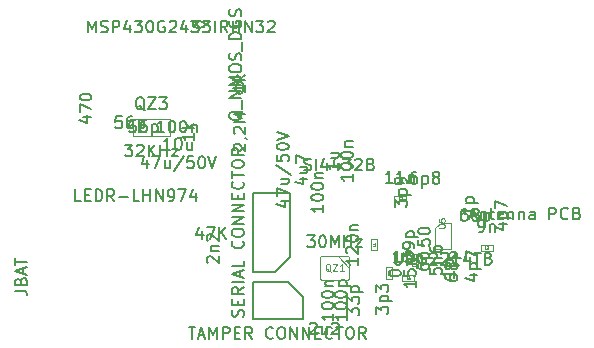
<source format=gbr>
G04 #@! TF.FileFunction,Other,Fab,Top*
%FSLAX46Y46*%
G04 Gerber Fmt 4.6, Leading zero omitted, Abs format (unit mm)*
G04 Created by KiCad (PCBNEW 4.0.2+dfsg1-stable) date ven 12 ott 2018 15:59:41 CEST*
%MOMM*%
G01*
G04 APERTURE LIST*
%ADD10C,0.100000*%
%ADD11C,0.200000*%
%ADD12C,0.150000*%
%ADD13C,0.030000*%
%ADD14C,0.090000*%
%ADD15C,0.075000*%
G04 APERTURE END LIST*
D10*
X150082440Y-93044620D02*
X150582440Y-93044620D01*
X150082440Y-94044620D02*
X150082440Y-93044620D01*
X150582440Y-94044620D02*
X150082440Y-94044620D01*
X150582440Y-93044620D02*
X150582440Y-94044620D01*
X153051980Y-89397840D02*
X153051980Y-89897840D01*
X152051980Y-89397840D02*
X153051980Y-89397840D01*
X152051980Y-89897840D02*
X152051980Y-89397840D01*
X153051980Y-89897840D02*
X152051980Y-89897840D01*
X160387500Y-93555820D02*
X160387500Y-94055820D01*
X159387500Y-93555820D02*
X160387500Y-93555820D01*
X159387500Y-94055820D02*
X159387500Y-93555820D01*
X160387500Y-94055820D02*
X159387500Y-94055820D01*
X153720840Y-96146620D02*
X153720840Y-96646620D01*
X152720840Y-96146620D02*
X153720840Y-96146620D01*
X152720840Y-96646620D02*
X152720840Y-96146620D01*
X153720840Y-96646620D02*
X152720840Y-96646620D01*
X151849900Y-96459320D02*
X151349900Y-96459320D01*
X151849900Y-95459320D02*
X151849900Y-96459320D01*
X151349900Y-95459320D02*
X151849900Y-95459320D01*
X151349900Y-96459320D02*
X151349900Y-95459320D01*
X154062240Y-95360340D02*
X153562240Y-95360340D01*
X154062240Y-94360340D02*
X154062240Y-95360340D01*
X153562240Y-94360340D02*
X154062240Y-94360340D01*
X153562240Y-95360340D02*
X153562240Y-94360340D01*
D11*
X143247760Y-94623200D02*
X141977760Y-95893200D01*
X141977760Y-95893200D02*
X140047760Y-95893200D01*
X140047760Y-95893200D02*
X140047760Y-89143200D01*
X140047760Y-89143200D02*
X143247760Y-89143200D01*
X143247760Y-89143200D02*
X143247760Y-94623200D01*
X143031340Y-96674100D02*
X144301340Y-97944100D01*
X144301340Y-97944100D02*
X144301340Y-99874100D01*
X144301340Y-99874100D02*
X140051340Y-99874100D01*
X140051340Y-99874100D02*
X140051340Y-96674100D01*
X140051340Y-96674100D02*
X143031340Y-96674100D01*
D10*
X148151260Y-96518820D02*
X145851260Y-96518820D01*
X145851260Y-96518820D02*
X145751260Y-96418820D01*
X145751260Y-96418820D02*
X145751260Y-94618820D01*
X145751260Y-94618820D02*
X145851260Y-94518820D01*
X145851260Y-94518820D02*
X148151260Y-94518820D01*
X148151260Y-94518820D02*
X148251260Y-94618820D01*
X148251260Y-94618820D02*
X148251260Y-96418820D01*
X148251260Y-96418820D02*
X148151260Y-96518820D01*
X148251260Y-95518820D02*
X147251260Y-94518820D01*
X129894382Y-82886056D02*
X129894382Y-84386056D01*
X133094382Y-82886056D02*
X133094382Y-84386056D01*
X129894382Y-82886056D02*
X133094382Y-82886056D01*
X129894382Y-84386056D02*
X133094382Y-84386056D01*
X156841820Y-91682200D02*
X155991820Y-91682200D01*
X155491820Y-92182200D02*
X155491820Y-93882200D01*
X156841820Y-91682200D02*
X156841820Y-93882200D01*
X156841820Y-93882200D02*
X155491820Y-93882200D01*
X155991820Y-91682200D02*
X155491820Y-92182200D01*
D12*
X158458162Y-91131947D02*
X158934353Y-91131947D01*
X158362924Y-91417661D02*
X158696257Y-90417661D01*
X159029591Y-91417661D01*
X159362924Y-90750994D02*
X159362924Y-91417661D01*
X159362924Y-90846232D02*
X159410543Y-90798613D01*
X159505781Y-90750994D01*
X159648639Y-90750994D01*
X159743877Y-90798613D01*
X159791496Y-90893851D01*
X159791496Y-91417661D01*
X160124829Y-90750994D02*
X160505781Y-90750994D01*
X160267686Y-90417661D02*
X160267686Y-91274804D01*
X160315305Y-91370042D01*
X160410543Y-91417661D01*
X160505781Y-91417661D01*
X161220068Y-91370042D02*
X161124830Y-91417661D01*
X160934353Y-91417661D01*
X160839115Y-91370042D01*
X160791496Y-91274804D01*
X160791496Y-90893851D01*
X160839115Y-90798613D01*
X160934353Y-90750994D01*
X161124830Y-90750994D01*
X161220068Y-90798613D01*
X161267687Y-90893851D01*
X161267687Y-90989090D01*
X160791496Y-91084328D01*
X161696258Y-90750994D02*
X161696258Y-91417661D01*
X161696258Y-90846232D02*
X161743877Y-90798613D01*
X161839115Y-90750994D01*
X161981973Y-90750994D01*
X162077211Y-90798613D01*
X162124830Y-90893851D01*
X162124830Y-91417661D01*
X162601020Y-90750994D02*
X162601020Y-91417661D01*
X162601020Y-90846232D02*
X162648639Y-90798613D01*
X162743877Y-90750994D01*
X162886735Y-90750994D01*
X162981973Y-90798613D01*
X163029592Y-90893851D01*
X163029592Y-91417661D01*
X163934354Y-91417661D02*
X163934354Y-90893851D01*
X163886735Y-90798613D01*
X163791497Y-90750994D01*
X163601020Y-90750994D01*
X163505782Y-90798613D01*
X163934354Y-91370042D02*
X163839116Y-91417661D01*
X163601020Y-91417661D01*
X163505782Y-91370042D01*
X163458163Y-91274804D01*
X163458163Y-91179566D01*
X163505782Y-91084328D01*
X163601020Y-91036709D01*
X163839116Y-91036709D01*
X163934354Y-90989090D01*
X165172449Y-91417661D02*
X165172449Y-90417661D01*
X165553402Y-90417661D01*
X165648640Y-90465280D01*
X165696259Y-90512899D01*
X165743878Y-90608137D01*
X165743878Y-90750994D01*
X165696259Y-90846232D01*
X165648640Y-90893851D01*
X165553402Y-90941470D01*
X165172449Y-90941470D01*
X166743878Y-91322423D02*
X166696259Y-91370042D01*
X166553402Y-91417661D01*
X166458164Y-91417661D01*
X166315306Y-91370042D01*
X166220068Y-91274804D01*
X166172449Y-91179566D01*
X166124830Y-90989090D01*
X166124830Y-90846232D01*
X166172449Y-90655756D01*
X166220068Y-90560518D01*
X166315306Y-90465280D01*
X166458164Y-90417661D01*
X166553402Y-90417661D01*
X166696259Y-90465280D01*
X166743878Y-90512899D01*
X167505783Y-90893851D02*
X167648640Y-90941470D01*
X167696259Y-90989090D01*
X167743878Y-91084328D01*
X167743878Y-91227185D01*
X167696259Y-91322423D01*
X167648640Y-91370042D01*
X167553402Y-91417661D01*
X167172449Y-91417661D01*
X167172449Y-90417661D01*
X167505783Y-90417661D01*
X167601021Y-90465280D01*
X167648640Y-90512899D01*
X167696259Y-90608137D01*
X167696259Y-90703375D01*
X167648640Y-90798613D01*
X167601021Y-90846232D01*
X167505783Y-90893851D01*
X167172449Y-90893851D01*
X158154145Y-90519341D02*
X157963668Y-90519341D01*
X157868430Y-90566960D01*
X157820811Y-90614579D01*
X157725573Y-90757436D01*
X157677954Y-90947912D01*
X157677954Y-91328865D01*
X157725573Y-91424103D01*
X157773192Y-91471722D01*
X157868430Y-91519341D01*
X158058907Y-91519341D01*
X158154145Y-91471722D01*
X158201764Y-91424103D01*
X158249383Y-91328865D01*
X158249383Y-91090770D01*
X158201764Y-90995531D01*
X158154145Y-90947912D01*
X158058907Y-90900293D01*
X157868430Y-90900293D01*
X157773192Y-90947912D01*
X157725573Y-90995531D01*
X157677954Y-91090770D01*
X158820811Y-90947912D02*
X158725573Y-90900293D01*
X158677954Y-90852674D01*
X158630335Y-90757436D01*
X158630335Y-90709817D01*
X158677954Y-90614579D01*
X158725573Y-90566960D01*
X158820811Y-90519341D01*
X159011288Y-90519341D01*
X159106526Y-90566960D01*
X159154145Y-90614579D01*
X159201764Y-90709817D01*
X159201764Y-90757436D01*
X159154145Y-90852674D01*
X159106526Y-90900293D01*
X159011288Y-90947912D01*
X158820811Y-90947912D01*
X158725573Y-90995531D01*
X158677954Y-91043150D01*
X158630335Y-91138389D01*
X158630335Y-91328865D01*
X158677954Y-91424103D01*
X158725573Y-91471722D01*
X158820811Y-91519341D01*
X159011288Y-91519341D01*
X159106526Y-91471722D01*
X159154145Y-91424103D01*
X159201764Y-91328865D01*
X159201764Y-91138389D01*
X159154145Y-91043150D01*
X159106526Y-90995531D01*
X159011288Y-90947912D01*
X159630335Y-90852674D02*
X159630335Y-91852674D01*
X159630335Y-90900293D02*
X159725573Y-90852674D01*
X159916050Y-90852674D01*
X160011288Y-90900293D01*
X160058907Y-90947912D01*
X160106526Y-91043150D01*
X160106526Y-91328865D01*
X160058907Y-91424103D01*
X160011288Y-91471722D01*
X159916050Y-91519341D01*
X159725573Y-91519341D01*
X159630335Y-91471722D01*
X144029854Y-87970395D02*
X144696521Y-87970395D01*
X143648902Y-88208491D02*
X144363188Y-88446586D01*
X144363188Y-87827538D01*
X144029854Y-87018014D02*
X144696521Y-87018014D01*
X144029854Y-87446586D02*
X144553664Y-87446586D01*
X144648902Y-87398967D01*
X144696521Y-87303729D01*
X144696521Y-87160871D01*
X144648902Y-87065633D01*
X144601283Y-87018014D01*
X143696521Y-86637062D02*
X143696521Y-85970395D01*
X144696521Y-86398967D01*
X133094345Y-85515837D02*
X132522916Y-85515837D01*
X132808630Y-85515837D02*
X132808630Y-84515837D01*
X132713392Y-84658694D01*
X132618154Y-84753932D01*
X132522916Y-84801551D01*
X133713392Y-84515837D02*
X133808631Y-84515837D01*
X133903869Y-84563456D01*
X133951488Y-84611075D01*
X133999107Y-84706313D01*
X134046726Y-84896789D01*
X134046726Y-85134885D01*
X133999107Y-85325361D01*
X133951488Y-85420599D01*
X133903869Y-85468218D01*
X133808631Y-85515837D01*
X133713392Y-85515837D01*
X133618154Y-85468218D01*
X133570535Y-85420599D01*
X133522916Y-85325361D01*
X133475297Y-85134885D01*
X133475297Y-84896789D01*
X133522916Y-84706313D01*
X133570535Y-84611075D01*
X133618154Y-84563456D01*
X133713392Y-84515837D01*
X134903869Y-84849170D02*
X134903869Y-85515837D01*
X134475297Y-84849170D02*
X134475297Y-85372980D01*
X134522916Y-85468218D01*
X134618154Y-85515837D01*
X134761012Y-85515837D01*
X134856250Y-85468218D01*
X134903869Y-85420599D01*
X158789101Y-90413946D02*
X158789101Y-90985375D01*
X158789101Y-90699661D02*
X157789101Y-90699661D01*
X157931958Y-90794899D01*
X158027196Y-90890137D01*
X158074815Y-90985375D01*
X158122434Y-89985375D02*
X159122434Y-89985375D01*
X158170053Y-89985375D02*
X158122434Y-89890137D01*
X158122434Y-89699660D01*
X158170053Y-89604422D01*
X158217672Y-89556803D01*
X158312910Y-89509184D01*
X158598625Y-89509184D01*
X158693863Y-89556803D01*
X158741482Y-89604422D01*
X158789101Y-89699660D01*
X158789101Y-89890137D01*
X158741482Y-89985375D01*
X147338781Y-86614106D02*
X147338781Y-87185535D01*
X147338781Y-86899821D02*
X146338781Y-86899821D01*
X146481638Y-86995059D01*
X146576876Y-87090297D01*
X146624495Y-87185535D01*
X146672114Y-85756963D02*
X147338781Y-85756963D01*
X146672114Y-86185535D02*
X147195924Y-86185535D01*
X147291162Y-86137916D01*
X147338781Y-86042678D01*
X147338781Y-85899820D01*
X147291162Y-85804582D01*
X147243543Y-85756963D01*
X144908674Y-100244539D02*
X144956293Y-100196920D01*
X145051531Y-100149301D01*
X145289627Y-100149301D01*
X145384865Y-100196920D01*
X145432484Y-100244539D01*
X145480103Y-100339777D01*
X145480103Y-100435015D01*
X145432484Y-100577872D01*
X144861055Y-101149301D01*
X145480103Y-101149301D01*
X146337246Y-100482634D02*
X146337246Y-101149301D01*
X145908674Y-100482634D02*
X145908674Y-101006444D01*
X145956293Y-101101682D01*
X146051531Y-101149301D01*
X146194389Y-101149301D01*
X146289627Y-101101682D01*
X146337246Y-101054063D01*
X146765817Y-100244539D02*
X146813436Y-100196920D01*
X146908674Y-100149301D01*
X147146770Y-100149301D01*
X147242008Y-100196920D01*
X147289627Y-100244539D01*
X147337246Y-100339777D01*
X147337246Y-100435015D01*
X147289627Y-100577872D01*
X146718198Y-101149301D01*
X147337246Y-101149301D01*
X148519881Y-87579187D02*
X148519881Y-88150616D01*
X148519881Y-87864902D02*
X147519881Y-87864902D01*
X147662738Y-87960140D01*
X147757976Y-88055378D01*
X147805595Y-88150616D01*
X147519881Y-86960140D02*
X147519881Y-86864901D01*
X147567500Y-86769663D01*
X147615119Y-86722044D01*
X147710357Y-86674425D01*
X147900833Y-86626806D01*
X148138929Y-86626806D01*
X148329405Y-86674425D01*
X148424643Y-86722044D01*
X148472262Y-86769663D01*
X148519881Y-86864901D01*
X148519881Y-86960140D01*
X148472262Y-87055378D01*
X148424643Y-87102997D01*
X148329405Y-87150616D01*
X148138929Y-87198235D01*
X147900833Y-87198235D01*
X147710357Y-87150616D01*
X147615119Y-87102997D01*
X147567500Y-87055378D01*
X147519881Y-86960140D01*
X147519881Y-86007759D02*
X147519881Y-85912520D01*
X147567500Y-85817282D01*
X147615119Y-85769663D01*
X147710357Y-85722044D01*
X147900833Y-85674425D01*
X148138929Y-85674425D01*
X148329405Y-85722044D01*
X148424643Y-85769663D01*
X148472262Y-85817282D01*
X148519881Y-85912520D01*
X148519881Y-86007759D01*
X148472262Y-86102997D01*
X148424643Y-86150616D01*
X148329405Y-86198235D01*
X148138929Y-86245854D01*
X147900833Y-86245854D01*
X147710357Y-86198235D01*
X147615119Y-86150616D01*
X147567500Y-86102997D01*
X147519881Y-86007759D01*
X147853214Y-85245854D02*
X148519881Y-85245854D01*
X147948452Y-85245854D02*
X147900833Y-85198235D01*
X147853214Y-85102997D01*
X147853214Y-84960139D01*
X147900833Y-84864901D01*
X147996071Y-84817282D01*
X148519881Y-84817282D01*
X152099501Y-90359745D02*
X152099501Y-89740697D01*
X152480453Y-90074031D01*
X152480453Y-89931173D01*
X152528072Y-89835935D01*
X152575691Y-89788316D01*
X152670930Y-89740697D01*
X152909025Y-89740697D01*
X153004263Y-89788316D01*
X153051882Y-89835935D01*
X153099501Y-89931173D01*
X153099501Y-90216888D01*
X153051882Y-90312126D01*
X153004263Y-90359745D01*
X152432834Y-89312126D02*
X153432834Y-89312126D01*
X152480453Y-89312126D02*
X152432834Y-89216888D01*
X152432834Y-89026411D01*
X152480453Y-88931173D01*
X152528072Y-88883554D01*
X152623310Y-88835935D01*
X152909025Y-88835935D01*
X153004263Y-88883554D01*
X153051882Y-88931173D01*
X153099501Y-89026411D01*
X153099501Y-89216888D01*
X153051882Y-89312126D01*
X153099501Y-88359745D02*
X153099501Y-88169269D01*
X153051882Y-88074030D01*
X153004263Y-88026411D01*
X152861406Y-87931173D01*
X152670930Y-87883554D01*
X152289977Y-87883554D01*
X152194739Y-87931173D01*
X152147120Y-87978792D01*
X152099501Y-88074030D01*
X152099501Y-88264507D01*
X152147120Y-88359745D01*
X152194739Y-88407364D01*
X152289977Y-88454983D01*
X152528072Y-88454983D01*
X152623310Y-88407364D01*
X152670930Y-88359745D01*
X152718549Y-88264507D01*
X152718549Y-88074030D01*
X152670930Y-87978792D01*
X152623310Y-87931173D01*
X152528072Y-87883554D01*
X148077201Y-99530505D02*
X148077201Y-98911457D01*
X148458153Y-99244791D01*
X148458153Y-99101933D01*
X148505772Y-99006695D01*
X148553391Y-98959076D01*
X148648630Y-98911457D01*
X148886725Y-98911457D01*
X148981963Y-98959076D01*
X149029582Y-99006695D01*
X149077201Y-99101933D01*
X149077201Y-99387648D01*
X149029582Y-99482886D01*
X148981963Y-99530505D01*
X148077201Y-98578124D02*
X148077201Y-97959076D01*
X148458153Y-98292410D01*
X148458153Y-98149552D01*
X148505772Y-98054314D01*
X148553391Y-98006695D01*
X148648630Y-97959076D01*
X148886725Y-97959076D01*
X148981963Y-98006695D01*
X149029582Y-98054314D01*
X149077201Y-98149552D01*
X149077201Y-98435267D01*
X149029582Y-98530505D01*
X148981963Y-98578124D01*
X148410534Y-97530505D02*
X149410534Y-97530505D01*
X148458153Y-97530505D02*
X148410534Y-97435267D01*
X148410534Y-97244790D01*
X148458153Y-97149552D01*
X148505772Y-97101933D01*
X148601010Y-97054314D01*
X148886725Y-97054314D01*
X148981963Y-97101933D01*
X149029582Y-97149552D01*
X149077201Y-97244790D01*
X149077201Y-97435267D01*
X149029582Y-97530505D01*
X148015481Y-99388827D02*
X148015481Y-99960256D01*
X148015481Y-99674542D02*
X147015481Y-99674542D01*
X147158338Y-99769780D01*
X147253576Y-99865018D01*
X147301195Y-99960256D01*
X147015481Y-98769780D02*
X147015481Y-98674541D01*
X147063100Y-98579303D01*
X147110719Y-98531684D01*
X147205957Y-98484065D01*
X147396433Y-98436446D01*
X147634529Y-98436446D01*
X147825005Y-98484065D01*
X147920243Y-98531684D01*
X147967862Y-98579303D01*
X148015481Y-98674541D01*
X148015481Y-98769780D01*
X147967862Y-98865018D01*
X147920243Y-98912637D01*
X147825005Y-98960256D01*
X147634529Y-99007875D01*
X147396433Y-99007875D01*
X147205957Y-98960256D01*
X147110719Y-98912637D01*
X147063100Y-98865018D01*
X147015481Y-98769780D01*
X147015481Y-97817399D02*
X147015481Y-97722160D01*
X147063100Y-97626922D01*
X147110719Y-97579303D01*
X147205957Y-97531684D01*
X147396433Y-97484065D01*
X147634529Y-97484065D01*
X147825005Y-97531684D01*
X147920243Y-97579303D01*
X147967862Y-97626922D01*
X148015481Y-97722160D01*
X148015481Y-97817399D01*
X147967862Y-97912637D01*
X147920243Y-97960256D01*
X147825005Y-98007875D01*
X147634529Y-98055494D01*
X147396433Y-98055494D01*
X147205957Y-98007875D01*
X147110719Y-97960256D01*
X147063100Y-97912637D01*
X147015481Y-97817399D01*
X147348814Y-97055494D02*
X148348814Y-97055494D01*
X147396433Y-97055494D02*
X147348814Y-96960256D01*
X147348814Y-96769779D01*
X147396433Y-96674541D01*
X147444052Y-96626922D01*
X147539290Y-96579303D01*
X147825005Y-96579303D01*
X147920243Y-96626922D01*
X147967862Y-96674541D01*
X148015481Y-96769779D01*
X148015481Y-96960256D01*
X147967862Y-97055494D01*
X152749741Y-94910245D02*
X152749741Y-94291197D01*
X153130693Y-94624531D01*
X153130693Y-94481673D01*
X153178312Y-94386435D01*
X153225931Y-94338816D01*
X153321170Y-94291197D01*
X153559265Y-94291197D01*
X153654503Y-94338816D01*
X153702122Y-94386435D01*
X153749741Y-94481673D01*
X153749741Y-94767388D01*
X153702122Y-94862626D01*
X153654503Y-94910245D01*
X153749741Y-93815007D02*
X153749741Y-93624531D01*
X153702122Y-93529292D01*
X153654503Y-93481673D01*
X153511646Y-93386435D01*
X153321170Y-93338816D01*
X152940217Y-93338816D01*
X152844979Y-93386435D01*
X152797360Y-93434054D01*
X152749741Y-93529292D01*
X152749741Y-93719769D01*
X152797360Y-93815007D01*
X152844979Y-93862626D01*
X152940217Y-93910245D01*
X153178312Y-93910245D01*
X153273550Y-93862626D01*
X153321170Y-93815007D01*
X153368789Y-93719769D01*
X153368789Y-93529292D01*
X153321170Y-93434054D01*
X153273550Y-93386435D01*
X153178312Y-93338816D01*
X153083074Y-92910245D02*
X154083074Y-92910245D01*
X153130693Y-92910245D02*
X153083074Y-92815007D01*
X153083074Y-92624530D01*
X153130693Y-92529292D01*
X153178312Y-92481673D01*
X153273550Y-92434054D01*
X153559265Y-92434054D01*
X153654503Y-92481673D01*
X153702122Y-92529292D01*
X153749741Y-92624530D01*
X153749741Y-92815007D01*
X153702122Y-92910245D01*
X150530841Y-99413665D02*
X150530841Y-98794617D01*
X150911793Y-99127951D01*
X150911793Y-98985093D01*
X150959412Y-98889855D01*
X151007031Y-98842236D01*
X151102270Y-98794617D01*
X151340365Y-98794617D01*
X151435603Y-98842236D01*
X151483222Y-98889855D01*
X151530841Y-98985093D01*
X151530841Y-99270808D01*
X151483222Y-99366046D01*
X151435603Y-99413665D01*
X150864174Y-98366046D02*
X151864174Y-98366046D01*
X150911793Y-98366046D02*
X150864174Y-98270808D01*
X150864174Y-98080331D01*
X150911793Y-97985093D01*
X150959412Y-97937474D01*
X151054650Y-97889855D01*
X151340365Y-97889855D01*
X151435603Y-97937474D01*
X151483222Y-97985093D01*
X151530841Y-98080331D01*
X151530841Y-98270808D01*
X151483222Y-98366046D01*
X150530841Y-97556522D02*
X150530841Y-96937474D01*
X150911793Y-97270808D01*
X150911793Y-97127950D01*
X150959412Y-97032712D01*
X151007031Y-96985093D01*
X151102270Y-96937474D01*
X151340365Y-96937474D01*
X151435603Y-96985093D01*
X151483222Y-97032712D01*
X151530841Y-97127950D01*
X151530841Y-97413665D01*
X151483222Y-97508903D01*
X151435603Y-97556522D01*
X153956241Y-95220884D02*
X153956241Y-95411361D01*
X154003860Y-95506599D01*
X154051479Y-95554218D01*
X154194336Y-95649456D01*
X154384812Y-95697075D01*
X154765765Y-95697075D01*
X154861003Y-95649456D01*
X154908622Y-95601837D01*
X154956241Y-95506599D01*
X154956241Y-95316122D01*
X154908622Y-95220884D01*
X154861003Y-95173265D01*
X154765765Y-95125646D01*
X154527670Y-95125646D01*
X154432431Y-95173265D01*
X154384812Y-95220884D01*
X154337193Y-95316122D01*
X154337193Y-95506599D01*
X154384812Y-95601837D01*
X154432431Y-95649456D01*
X154527670Y-95697075D01*
X154289574Y-94697075D02*
X155289574Y-94697075D01*
X154337193Y-94697075D02*
X154289574Y-94601837D01*
X154289574Y-94411360D01*
X154337193Y-94316122D01*
X154384812Y-94268503D01*
X154480050Y-94220884D01*
X154765765Y-94220884D01*
X154861003Y-94268503D01*
X154908622Y-94316122D01*
X154956241Y-94411360D01*
X154956241Y-94601837D01*
X154908622Y-94697075D01*
X146890261Y-99390187D02*
X146890261Y-99961616D01*
X146890261Y-99675902D02*
X145890261Y-99675902D01*
X146033118Y-99771140D01*
X146128356Y-99866378D01*
X146175975Y-99961616D01*
X145890261Y-98771140D02*
X145890261Y-98675901D01*
X145937880Y-98580663D01*
X145985499Y-98533044D01*
X146080737Y-98485425D01*
X146271213Y-98437806D01*
X146509309Y-98437806D01*
X146699785Y-98485425D01*
X146795023Y-98533044D01*
X146842642Y-98580663D01*
X146890261Y-98675901D01*
X146890261Y-98771140D01*
X146842642Y-98866378D01*
X146795023Y-98913997D01*
X146699785Y-98961616D01*
X146509309Y-99009235D01*
X146271213Y-99009235D01*
X146080737Y-98961616D01*
X145985499Y-98913997D01*
X145937880Y-98866378D01*
X145890261Y-98771140D01*
X145890261Y-97818759D02*
X145890261Y-97723520D01*
X145937880Y-97628282D01*
X145985499Y-97580663D01*
X146080737Y-97533044D01*
X146271213Y-97485425D01*
X146509309Y-97485425D01*
X146699785Y-97533044D01*
X146795023Y-97580663D01*
X146842642Y-97628282D01*
X146890261Y-97723520D01*
X146890261Y-97818759D01*
X146842642Y-97913997D01*
X146795023Y-97961616D01*
X146699785Y-98009235D01*
X146509309Y-98056854D01*
X146271213Y-98056854D01*
X146080737Y-98009235D01*
X145985499Y-97961616D01*
X145937880Y-97913997D01*
X145890261Y-97818759D01*
X146223594Y-97056854D02*
X146890261Y-97056854D01*
X146318832Y-97056854D02*
X146271213Y-97009235D01*
X146223594Y-96913997D01*
X146223594Y-96771139D01*
X146271213Y-96675901D01*
X146366451Y-96628282D01*
X146890261Y-96628282D01*
X142441694Y-89875157D02*
X143108361Y-89875157D01*
X142060742Y-90113253D02*
X142775028Y-90351348D01*
X142775028Y-89732300D01*
X142108361Y-89446586D02*
X142108361Y-88779919D01*
X143108361Y-89208491D01*
X142441694Y-87970395D02*
X143108361Y-87970395D01*
X142441694Y-88398967D02*
X142965504Y-88398967D01*
X143060742Y-88351348D01*
X143108361Y-88256110D01*
X143108361Y-88113252D01*
X143060742Y-88018014D01*
X143013123Y-87970395D01*
X142060742Y-86779919D02*
X143346456Y-87637062D01*
X142108361Y-85970395D02*
X142108361Y-86446586D01*
X142584551Y-86494205D01*
X142536932Y-86446586D01*
X142489313Y-86351348D01*
X142489313Y-86113252D01*
X142536932Y-86018014D01*
X142584551Y-85970395D01*
X142679790Y-85922776D01*
X142917885Y-85922776D01*
X143013123Y-85970395D01*
X143060742Y-86018014D01*
X143108361Y-86113252D01*
X143108361Y-86351348D01*
X143060742Y-86446586D01*
X143013123Y-86494205D01*
X142108361Y-85303729D02*
X142108361Y-85208490D01*
X142155980Y-85113252D01*
X142203599Y-85065633D01*
X142298837Y-85018014D01*
X142489313Y-84970395D01*
X142727409Y-84970395D01*
X142917885Y-85018014D01*
X143013123Y-85065633D01*
X143060742Y-85113252D01*
X143108361Y-85208490D01*
X143108361Y-85303729D01*
X143060742Y-85398967D01*
X143013123Y-85446586D01*
X142917885Y-85494205D01*
X142727409Y-85541824D01*
X142489313Y-85541824D01*
X142298837Y-85494205D01*
X142203599Y-85446586D01*
X142155980Y-85398967D01*
X142108361Y-85303729D01*
X142108361Y-84684681D02*
X143108361Y-84351348D01*
X142108361Y-84018014D01*
X146020521Y-90229767D02*
X146020521Y-90801196D01*
X146020521Y-90515482D02*
X145020521Y-90515482D01*
X145163378Y-90610720D01*
X145258616Y-90705958D01*
X145306235Y-90801196D01*
X145020521Y-89610720D02*
X145020521Y-89515481D01*
X145068140Y-89420243D01*
X145115759Y-89372624D01*
X145210997Y-89325005D01*
X145401473Y-89277386D01*
X145639569Y-89277386D01*
X145830045Y-89325005D01*
X145925283Y-89372624D01*
X145972902Y-89420243D01*
X146020521Y-89515481D01*
X146020521Y-89610720D01*
X145972902Y-89705958D01*
X145925283Y-89753577D01*
X145830045Y-89801196D01*
X145639569Y-89848815D01*
X145401473Y-89848815D01*
X145210997Y-89801196D01*
X145115759Y-89753577D01*
X145068140Y-89705958D01*
X145020521Y-89610720D01*
X145020521Y-88658339D02*
X145020521Y-88563100D01*
X145068140Y-88467862D01*
X145115759Y-88420243D01*
X145210997Y-88372624D01*
X145401473Y-88325005D01*
X145639569Y-88325005D01*
X145830045Y-88372624D01*
X145925283Y-88420243D01*
X145972902Y-88467862D01*
X146020521Y-88563100D01*
X146020521Y-88658339D01*
X145972902Y-88753577D01*
X145925283Y-88801196D01*
X145830045Y-88848815D01*
X145639569Y-88896434D01*
X145401473Y-88896434D01*
X145210997Y-88848815D01*
X145115759Y-88801196D01*
X145068140Y-88753577D01*
X145020521Y-88658339D01*
X145353854Y-87896434D02*
X146020521Y-87896434D01*
X145449092Y-87896434D02*
X145401473Y-87848815D01*
X145353854Y-87753577D01*
X145353854Y-87610719D01*
X145401473Y-87515481D01*
X145496711Y-87467862D01*
X146020521Y-87467862D01*
X153914885Y-87392601D02*
X153724408Y-87392601D01*
X153629170Y-87440220D01*
X153581551Y-87487839D01*
X153486313Y-87630696D01*
X153438694Y-87821172D01*
X153438694Y-88202125D01*
X153486313Y-88297363D01*
X153533932Y-88344982D01*
X153629170Y-88392601D01*
X153819647Y-88392601D01*
X153914885Y-88344982D01*
X153962504Y-88297363D01*
X154010123Y-88202125D01*
X154010123Y-87964030D01*
X153962504Y-87868791D01*
X153914885Y-87821172D01*
X153819647Y-87773553D01*
X153629170Y-87773553D01*
X153533932Y-87821172D01*
X153486313Y-87868791D01*
X153438694Y-87964030D01*
X154438694Y-87725934D02*
X154438694Y-88725934D01*
X154438694Y-87773553D02*
X154533932Y-87725934D01*
X154724409Y-87725934D01*
X154819647Y-87773553D01*
X154867266Y-87821172D01*
X154914885Y-87916410D01*
X154914885Y-88202125D01*
X154867266Y-88297363D01*
X154819647Y-88344982D01*
X154724409Y-88392601D01*
X154533932Y-88392601D01*
X154438694Y-88344982D01*
X155486313Y-87821172D02*
X155391075Y-87773553D01*
X155343456Y-87725934D01*
X155295837Y-87630696D01*
X155295837Y-87583077D01*
X155343456Y-87487839D01*
X155391075Y-87440220D01*
X155486313Y-87392601D01*
X155676790Y-87392601D01*
X155772028Y-87440220D01*
X155819647Y-87487839D01*
X155867266Y-87583077D01*
X155867266Y-87630696D01*
X155819647Y-87725934D01*
X155772028Y-87773553D01*
X155676790Y-87821172D01*
X155486313Y-87821172D01*
X155391075Y-87868791D01*
X155343456Y-87916410D01*
X155295837Y-88011649D01*
X155295837Y-88202125D01*
X155343456Y-88297363D01*
X155391075Y-88344982D01*
X155486313Y-88392601D01*
X155676790Y-88392601D01*
X155772028Y-88344982D01*
X155819647Y-88297363D01*
X155867266Y-88202125D01*
X155867266Y-88011649D01*
X155819647Y-87916410D01*
X155772028Y-87868791D01*
X155676790Y-87821172D01*
X157088361Y-95783506D02*
X157088361Y-96354935D01*
X157088361Y-96069221D02*
X156088361Y-96069221D01*
X156231218Y-96164459D01*
X156326456Y-96259697D01*
X156374075Y-96354935D01*
X156421694Y-95354935D02*
X157421694Y-95354935D01*
X156469313Y-95354935D02*
X156421694Y-95259697D01*
X156421694Y-95069220D01*
X156469313Y-94973982D01*
X156516932Y-94926363D01*
X156612170Y-94878744D01*
X156897885Y-94878744D01*
X156993123Y-94926363D01*
X157040742Y-94973982D01*
X157088361Y-95069220D01*
X157088361Y-95259697D01*
X157040742Y-95354935D01*
X156371781Y-96128875D02*
X156371781Y-96319352D01*
X156419400Y-96414590D01*
X156467019Y-96462209D01*
X156609876Y-96557447D01*
X156800352Y-96605066D01*
X157181305Y-96605066D01*
X157276543Y-96557447D01*
X157324162Y-96509828D01*
X157371781Y-96414590D01*
X157371781Y-96224113D01*
X157324162Y-96128875D01*
X157276543Y-96081256D01*
X157181305Y-96033637D01*
X156943210Y-96033637D01*
X156847971Y-96081256D01*
X156800352Y-96128875D01*
X156752733Y-96224113D01*
X156752733Y-96414590D01*
X156800352Y-96509828D01*
X156847971Y-96557447D01*
X156943210Y-96605066D01*
X156800352Y-95462209D02*
X156752733Y-95557447D01*
X156705114Y-95605066D01*
X156609876Y-95652685D01*
X156562257Y-95652685D01*
X156467019Y-95605066D01*
X156419400Y-95557447D01*
X156371781Y-95462209D01*
X156371781Y-95271732D01*
X156419400Y-95176494D01*
X156467019Y-95128875D01*
X156562257Y-95081256D01*
X156609876Y-95081256D01*
X156705114Y-95128875D01*
X156752733Y-95176494D01*
X156800352Y-95271732D01*
X156800352Y-95462209D01*
X156847971Y-95557447D01*
X156895590Y-95605066D01*
X156990829Y-95652685D01*
X157181305Y-95652685D01*
X157276543Y-95605066D01*
X157324162Y-95557447D01*
X157371781Y-95462209D01*
X157371781Y-95271732D01*
X157324162Y-95176494D01*
X157276543Y-95128875D01*
X157181305Y-95081256D01*
X156990829Y-95081256D01*
X156895590Y-95128875D01*
X156847971Y-95176494D01*
X156800352Y-95271732D01*
X156705114Y-94652685D02*
X157705114Y-94652685D01*
X156752733Y-94652685D02*
X156705114Y-94557447D01*
X156705114Y-94366970D01*
X156752733Y-94271732D01*
X156800352Y-94224113D01*
X156895590Y-94176494D01*
X157181305Y-94176494D01*
X157276543Y-94224113D01*
X157324162Y-94271732D01*
X157371781Y-94366970D01*
X157371781Y-94557447D01*
X157324162Y-94652685D01*
X131127365Y-86404310D02*
X131127365Y-87070977D01*
X130889269Y-86023358D02*
X130651174Y-86737644D01*
X131270222Y-86737644D01*
X131555936Y-86070977D02*
X132222603Y-86070977D01*
X131794031Y-87070977D01*
X133032127Y-86404310D02*
X133032127Y-87070977D01*
X132603555Y-86404310D02*
X132603555Y-86928120D01*
X132651174Y-87023358D01*
X132746412Y-87070977D01*
X132889270Y-87070977D01*
X132984508Y-87023358D01*
X133032127Y-86975739D01*
X134222603Y-86023358D02*
X133365460Y-87309072D01*
X135032127Y-86070977D02*
X134555936Y-86070977D01*
X134508317Y-86547167D01*
X134555936Y-86499548D01*
X134651174Y-86451929D01*
X134889270Y-86451929D01*
X134984508Y-86499548D01*
X135032127Y-86547167D01*
X135079746Y-86642406D01*
X135079746Y-86880501D01*
X135032127Y-86975739D01*
X134984508Y-87023358D01*
X134889270Y-87070977D01*
X134651174Y-87070977D01*
X134555936Y-87023358D01*
X134508317Y-86975739D01*
X135698793Y-86070977D02*
X135794032Y-86070977D01*
X135889270Y-86118596D01*
X135936889Y-86166215D01*
X135984508Y-86261453D01*
X136032127Y-86451929D01*
X136032127Y-86690025D01*
X135984508Y-86880501D01*
X135936889Y-86975739D01*
X135889270Y-87023358D01*
X135794032Y-87070977D01*
X135698793Y-87070977D01*
X135603555Y-87023358D01*
X135555936Y-86975739D01*
X135508317Y-86880501D01*
X135460698Y-86690025D01*
X135460698Y-86451929D01*
X135508317Y-86261453D01*
X135555936Y-86166215D01*
X135603555Y-86118596D01*
X135698793Y-86070977D01*
X136317841Y-86070977D02*
X136651174Y-87070977D01*
X136984508Y-86070977D01*
X160926594Y-91817315D02*
X161593261Y-91817315D01*
X160545642Y-92055411D02*
X161259928Y-92293506D01*
X161259928Y-91674458D01*
X160926594Y-91293506D02*
X161926594Y-91293506D01*
X160974213Y-91293506D02*
X160926594Y-91198268D01*
X160926594Y-91007791D01*
X160974213Y-90912553D01*
X161021832Y-90864934D01*
X161117070Y-90817315D01*
X161402785Y-90817315D01*
X161498023Y-90864934D01*
X161545642Y-90912553D01*
X161593261Y-91007791D01*
X161593261Y-91198268D01*
X161545642Y-91293506D01*
X160593261Y-90483982D02*
X160593261Y-89817315D01*
X161593261Y-90245887D01*
X132563635Y-84052137D02*
X131992206Y-84052137D01*
X132277920Y-84052137D02*
X132277920Y-83052137D01*
X132182682Y-83194994D01*
X132087444Y-83290232D01*
X131992206Y-83337851D01*
X133182682Y-83052137D02*
X133277921Y-83052137D01*
X133373159Y-83099756D01*
X133420778Y-83147375D01*
X133468397Y-83242613D01*
X133516016Y-83433089D01*
X133516016Y-83671185D01*
X133468397Y-83861661D01*
X133420778Y-83956899D01*
X133373159Y-84004518D01*
X133277921Y-84052137D01*
X133182682Y-84052137D01*
X133087444Y-84004518D01*
X133039825Y-83956899D01*
X132992206Y-83861661D01*
X132944587Y-83671185D01*
X132944587Y-83433089D01*
X132992206Y-83242613D01*
X133039825Y-83147375D01*
X133087444Y-83099756D01*
X133182682Y-83052137D01*
X134135063Y-83052137D02*
X134230302Y-83052137D01*
X134325540Y-83099756D01*
X134373159Y-83147375D01*
X134420778Y-83242613D01*
X134468397Y-83433089D01*
X134468397Y-83671185D01*
X134420778Y-83861661D01*
X134373159Y-83956899D01*
X134325540Y-84004518D01*
X134230302Y-84052137D01*
X134135063Y-84052137D01*
X134039825Y-84004518D01*
X133992206Y-83956899D01*
X133944587Y-83861661D01*
X133896968Y-83671185D01*
X133896968Y-83433089D01*
X133944587Y-83242613D01*
X133992206Y-83147375D01*
X134039825Y-83099756D01*
X134135063Y-83052137D01*
X134896968Y-83385470D02*
X134896968Y-84052137D01*
X134896968Y-83480708D02*
X134944587Y-83433089D01*
X135039825Y-83385470D01*
X135182683Y-83385470D01*
X135277921Y-83433089D01*
X135325540Y-83528327D01*
X135325540Y-84052137D01*
X158428294Y-96118715D02*
X159094961Y-96118715D01*
X158047342Y-96356811D02*
X158761628Y-96594906D01*
X158761628Y-95975858D01*
X158428294Y-95594906D02*
X159428294Y-95594906D01*
X158475913Y-95594906D02*
X158428294Y-95499668D01*
X158428294Y-95309191D01*
X158475913Y-95213953D01*
X158523532Y-95166334D01*
X158618770Y-95118715D01*
X158904485Y-95118715D01*
X158999723Y-95166334D01*
X159047342Y-95213953D01*
X159094961Y-95309191D01*
X159094961Y-95499668D01*
X159047342Y-95594906D01*
X158094961Y-94785382D02*
X158094961Y-94118715D01*
X159094961Y-94547287D01*
X130109126Y-83036897D02*
X129632935Y-83036897D01*
X129585316Y-83513087D01*
X129632935Y-83465468D01*
X129728173Y-83417849D01*
X129966269Y-83417849D01*
X130061507Y-83465468D01*
X130109126Y-83513087D01*
X130156745Y-83608326D01*
X130156745Y-83846421D01*
X130109126Y-83941659D01*
X130061507Y-83989278D01*
X129966269Y-84036897D01*
X129728173Y-84036897D01*
X129632935Y-83989278D01*
X129585316Y-83941659D01*
X131013888Y-83036897D02*
X130823411Y-83036897D01*
X130728173Y-83084516D01*
X130680554Y-83132135D01*
X130585316Y-83274992D01*
X130537697Y-83465468D01*
X130537697Y-83846421D01*
X130585316Y-83941659D01*
X130632935Y-83989278D01*
X130728173Y-84036897D01*
X130918650Y-84036897D01*
X131013888Y-83989278D01*
X131061507Y-83941659D01*
X131109126Y-83846421D01*
X131109126Y-83608326D01*
X131061507Y-83513087D01*
X131013888Y-83465468D01*
X130918650Y-83417849D01*
X130728173Y-83417849D01*
X130632935Y-83465468D01*
X130585316Y-83513087D01*
X130537697Y-83608326D01*
X131537697Y-83370230D02*
X131537697Y-84370230D01*
X131537697Y-83417849D02*
X131632935Y-83370230D01*
X131823412Y-83370230D01*
X131918650Y-83417849D01*
X131966269Y-83465468D01*
X132013888Y-83560706D01*
X132013888Y-83846421D01*
X131966269Y-83941659D01*
X131918650Y-83989278D01*
X131823412Y-84036897D01*
X131632935Y-84036897D01*
X131537697Y-83989278D01*
X128967486Y-82687857D02*
X128491295Y-82687857D01*
X128443676Y-83164047D01*
X128491295Y-83116428D01*
X128586533Y-83068809D01*
X128824629Y-83068809D01*
X128919867Y-83116428D01*
X128967486Y-83164047D01*
X129015105Y-83259286D01*
X129015105Y-83497381D01*
X128967486Y-83592619D01*
X128919867Y-83640238D01*
X128824629Y-83687857D01*
X128586533Y-83687857D01*
X128491295Y-83640238D01*
X128443676Y-83592619D01*
X129872248Y-82687857D02*
X129681771Y-82687857D01*
X129586533Y-82735476D01*
X129538914Y-82783095D01*
X129443676Y-82925952D01*
X129396057Y-83116428D01*
X129396057Y-83497381D01*
X129443676Y-83592619D01*
X129491295Y-83640238D01*
X129586533Y-83687857D01*
X129777010Y-83687857D01*
X129872248Y-83640238D01*
X129919867Y-83592619D01*
X129967486Y-83497381D01*
X129967486Y-83259286D01*
X129919867Y-83164047D01*
X129872248Y-83116428D01*
X129777010Y-83068809D01*
X129586533Y-83068809D01*
X129491295Y-83116428D01*
X129443676Y-83164047D01*
X129396057Y-83259286D01*
X130396057Y-83021190D02*
X130396057Y-84021190D01*
X130396057Y-83068809D02*
X130491295Y-83021190D01*
X130681772Y-83021190D01*
X130777010Y-83068809D01*
X130824629Y-83116428D01*
X130872248Y-83211666D01*
X130872248Y-83497381D01*
X130824629Y-83592619D01*
X130777010Y-83640238D01*
X130681772Y-83687857D01*
X130491295Y-83687857D01*
X130396057Y-83640238D01*
X136279099Y-95086146D02*
X136231480Y-95038527D01*
X136183861Y-94943289D01*
X136183861Y-94705193D01*
X136231480Y-94609955D01*
X136279099Y-94562336D01*
X136374337Y-94514717D01*
X136469575Y-94514717D01*
X136612432Y-94562336D01*
X137183861Y-95133765D01*
X137183861Y-94514717D01*
X136517194Y-94086146D02*
X137183861Y-94086146D01*
X136612432Y-94086146D02*
X136564813Y-94038527D01*
X136517194Y-93943289D01*
X136517194Y-93800431D01*
X136564813Y-93705193D01*
X136660051Y-93657574D01*
X137183861Y-93657574D01*
X136279099Y-93229003D02*
X136231480Y-93181384D01*
X136183861Y-93086146D01*
X136183861Y-92848050D01*
X136231480Y-92752812D01*
X136279099Y-92705193D01*
X136374337Y-92657574D01*
X136469575Y-92657574D01*
X136612432Y-92705193D01*
X137183861Y-93276622D01*
X137183861Y-92657574D01*
X125521983Y-89876641D02*
X125045792Y-89876641D01*
X125045792Y-88876641D01*
X125855316Y-89352831D02*
X126188650Y-89352831D01*
X126331507Y-89876641D02*
X125855316Y-89876641D01*
X125855316Y-88876641D01*
X126331507Y-88876641D01*
X126760078Y-89876641D02*
X126760078Y-88876641D01*
X126998173Y-88876641D01*
X127141031Y-88924260D01*
X127236269Y-89019498D01*
X127283888Y-89114736D01*
X127331507Y-89305212D01*
X127331507Y-89448070D01*
X127283888Y-89638546D01*
X127236269Y-89733784D01*
X127141031Y-89829022D01*
X126998173Y-89876641D01*
X126760078Y-89876641D01*
X128331507Y-89876641D02*
X127998173Y-89400450D01*
X127760078Y-89876641D02*
X127760078Y-88876641D01*
X128141031Y-88876641D01*
X128236269Y-88924260D01*
X128283888Y-88971879D01*
X128331507Y-89067117D01*
X128331507Y-89209974D01*
X128283888Y-89305212D01*
X128236269Y-89352831D01*
X128141031Y-89400450D01*
X127760078Y-89400450D01*
X128760078Y-89495689D02*
X129521983Y-89495689D01*
X130474364Y-89876641D02*
X129998173Y-89876641D01*
X129998173Y-88876641D01*
X130807697Y-89876641D02*
X130807697Y-88876641D01*
X130807697Y-89352831D02*
X131379126Y-89352831D01*
X131379126Y-89876641D02*
X131379126Y-88876641D01*
X131855316Y-89876641D02*
X131855316Y-88876641D01*
X132426745Y-89876641D01*
X132426745Y-88876641D01*
X132950554Y-89876641D02*
X133141030Y-89876641D01*
X133236269Y-89829022D01*
X133283888Y-89781403D01*
X133379126Y-89638546D01*
X133426745Y-89448070D01*
X133426745Y-89067117D01*
X133379126Y-88971879D01*
X133331507Y-88924260D01*
X133236269Y-88876641D01*
X133045792Y-88876641D01*
X132950554Y-88924260D01*
X132902935Y-88971879D01*
X132855316Y-89067117D01*
X132855316Y-89305212D01*
X132902935Y-89400450D01*
X132950554Y-89448070D01*
X133045792Y-89495689D01*
X133236269Y-89495689D01*
X133331507Y-89448070D01*
X133379126Y-89400450D01*
X133426745Y-89305212D01*
X133760078Y-88876641D02*
X134426745Y-88876641D01*
X133998173Y-89876641D01*
X135236269Y-89209974D02*
X135236269Y-89876641D01*
X134998173Y-88829022D02*
X134760078Y-89543308D01*
X135379126Y-89543308D01*
X148984821Y-94663667D02*
X148984821Y-95235096D01*
X148984821Y-94949382D02*
X147984821Y-94949382D01*
X148127678Y-95044620D01*
X148222916Y-95139858D01*
X148270535Y-95235096D01*
X148080059Y-94282715D02*
X148032440Y-94235096D01*
X147984821Y-94139858D01*
X147984821Y-93901762D01*
X148032440Y-93806524D01*
X148080059Y-93758905D01*
X148175297Y-93711286D01*
X148270535Y-93711286D01*
X148413392Y-93758905D01*
X148984821Y-94330334D01*
X148984821Y-93711286D01*
X147984821Y-93092239D02*
X147984821Y-92997000D01*
X148032440Y-92901762D01*
X148080059Y-92854143D01*
X148175297Y-92806524D01*
X148365773Y-92758905D01*
X148603869Y-92758905D01*
X148794345Y-92806524D01*
X148889583Y-92854143D01*
X148937202Y-92901762D01*
X148984821Y-92997000D01*
X148984821Y-93092239D01*
X148937202Y-93187477D01*
X148889583Y-93235096D01*
X148794345Y-93282715D01*
X148603869Y-93330334D01*
X148365773Y-93330334D01*
X148175297Y-93282715D01*
X148080059Y-93235096D01*
X148032440Y-93187477D01*
X147984821Y-93092239D01*
X148318154Y-92330334D02*
X148984821Y-92330334D01*
X148413392Y-92330334D02*
X148365773Y-92282715D01*
X148318154Y-92187477D01*
X148318154Y-92044619D01*
X148365773Y-91949381D01*
X148461011Y-91901762D01*
X148984821Y-91901762D01*
D13*
X150422916Y-93577953D02*
X150422916Y-93673191D01*
X150222916Y-93673191D01*
X150422916Y-93406524D02*
X150422916Y-93520810D01*
X150422916Y-93463667D02*
X150222916Y-93463667D01*
X150251488Y-93482715D01*
X150270535Y-93501762D01*
X150280059Y-93520810D01*
D12*
X151909123Y-88300221D02*
X151337694Y-88300221D01*
X151623408Y-88300221D02*
X151623408Y-87300221D01*
X151528170Y-87443078D01*
X151432932Y-87538316D01*
X151337694Y-87585935D01*
X152861504Y-88300221D02*
X152290075Y-88300221D01*
X152575789Y-88300221D02*
X152575789Y-87300221D01*
X152480551Y-87443078D01*
X152385313Y-87538316D01*
X152290075Y-87585935D01*
X153290075Y-87633554D02*
X153290075Y-88300221D01*
X153290075Y-87728792D02*
X153337694Y-87681173D01*
X153432932Y-87633554D01*
X153575790Y-87633554D01*
X153671028Y-87681173D01*
X153718647Y-87776411D01*
X153718647Y-88300221D01*
D13*
X152518647Y-89738316D02*
X152423409Y-89738316D01*
X152423409Y-89538316D01*
X152575790Y-89557364D02*
X152585314Y-89547840D01*
X152604362Y-89538316D01*
X152651981Y-89538316D01*
X152671028Y-89547840D01*
X152680552Y-89557364D01*
X152690076Y-89576411D01*
X152690076Y-89595459D01*
X152680552Y-89624030D01*
X152566266Y-89738316D01*
X152690076Y-89738316D01*
D12*
X159244643Y-92458201D02*
X159435119Y-92458201D01*
X159530358Y-92410582D01*
X159577977Y-92362963D01*
X159673215Y-92220106D01*
X159720834Y-92029630D01*
X159720834Y-91648677D01*
X159673215Y-91553439D01*
X159625596Y-91505820D01*
X159530358Y-91458201D01*
X159339881Y-91458201D01*
X159244643Y-91505820D01*
X159197024Y-91553439D01*
X159149405Y-91648677D01*
X159149405Y-91886772D01*
X159197024Y-91982010D01*
X159244643Y-92029630D01*
X159339881Y-92077249D01*
X159530358Y-92077249D01*
X159625596Y-92029630D01*
X159673215Y-91982010D01*
X159720834Y-91886772D01*
X160149405Y-91791534D02*
X160149405Y-92458201D01*
X160149405Y-91886772D02*
X160197024Y-91839153D01*
X160292262Y-91791534D01*
X160435120Y-91791534D01*
X160530358Y-91839153D01*
X160577977Y-91934391D01*
X160577977Y-92458201D01*
D13*
X159854167Y-93896296D02*
X159758929Y-93896296D01*
X159758929Y-93696296D01*
X159901786Y-93696296D02*
X160025596Y-93696296D01*
X159958929Y-93772487D01*
X159987501Y-93772487D01*
X160006548Y-93782010D01*
X160016072Y-93791534D01*
X160025596Y-93810582D01*
X160025596Y-93858201D01*
X160016072Y-93877249D01*
X160006548Y-93886772D01*
X159987501Y-93896296D01*
X159930358Y-93896296D01*
X159911310Y-93886772D01*
X159901786Y-93877249D01*
D12*
X152577983Y-95049001D02*
X152006554Y-95049001D01*
X152292268Y-95049001D02*
X152292268Y-94049001D01*
X152197030Y-94191858D01*
X152101792Y-94287096D01*
X152006554Y-94334715D01*
X153482745Y-94049001D02*
X153006554Y-94049001D01*
X152958935Y-94525191D01*
X153006554Y-94477572D01*
X153101792Y-94429953D01*
X153339888Y-94429953D01*
X153435126Y-94477572D01*
X153482745Y-94525191D01*
X153530364Y-94620430D01*
X153530364Y-94858525D01*
X153482745Y-94953763D01*
X153435126Y-95001382D01*
X153339888Y-95049001D01*
X153101792Y-95049001D01*
X153006554Y-95001382D01*
X152958935Y-94953763D01*
X153958935Y-94382334D02*
X153958935Y-95049001D01*
X153958935Y-94477572D02*
X154006554Y-94429953D01*
X154101792Y-94382334D01*
X154244650Y-94382334D01*
X154339888Y-94429953D01*
X154387507Y-94525191D01*
X154387507Y-95049001D01*
D13*
X153187507Y-96487096D02*
X153092269Y-96487096D01*
X153092269Y-96287096D01*
X153339888Y-96353763D02*
X153339888Y-96487096D01*
X153292269Y-96277572D02*
X153244650Y-96420430D01*
X153368460Y-96420430D01*
D12*
X153852281Y-96602177D02*
X153852281Y-97173606D01*
X153852281Y-96887892D02*
X152852281Y-96887892D01*
X152995138Y-96983130D01*
X153090376Y-97078368D01*
X153137995Y-97173606D01*
X152852281Y-95697415D02*
X152852281Y-96173606D01*
X153328471Y-96221225D01*
X153280852Y-96173606D01*
X153233233Y-96078368D01*
X153233233Y-95840272D01*
X153280852Y-95745034D01*
X153328471Y-95697415D01*
X153423710Y-95649796D01*
X153661805Y-95649796D01*
X153757043Y-95697415D01*
X153804662Y-95745034D01*
X153852281Y-95840272D01*
X153852281Y-96078368D01*
X153804662Y-96173606D01*
X153757043Y-96221225D01*
X153185614Y-95221225D02*
X153852281Y-95221225D01*
X153280852Y-95221225D02*
X153233233Y-95173606D01*
X153185614Y-95078368D01*
X153185614Y-94935510D01*
X153233233Y-94840272D01*
X153328471Y-94792653D01*
X153852281Y-94792653D01*
D13*
X151690376Y-95992653D02*
X151690376Y-96087891D01*
X151490376Y-96087891D01*
X151490376Y-95830748D02*
X151490376Y-95925986D01*
X151585614Y-95935510D01*
X151576090Y-95925986D01*
X151566567Y-95906938D01*
X151566567Y-95859319D01*
X151576090Y-95840272D01*
X151585614Y-95830748D01*
X151604662Y-95821224D01*
X151652281Y-95821224D01*
X151671329Y-95830748D01*
X151680852Y-95840272D01*
X151690376Y-95859319D01*
X151690376Y-95906938D01*
X151680852Y-95925986D01*
X151671329Y-95935510D01*
D12*
X155064621Y-95550816D02*
X155064621Y-96027007D01*
X155540811Y-96074626D01*
X155493192Y-96027007D01*
X155445573Y-95931769D01*
X155445573Y-95693673D01*
X155493192Y-95598435D01*
X155540811Y-95550816D01*
X155636050Y-95503197D01*
X155874145Y-95503197D01*
X155969383Y-95550816D01*
X156017002Y-95598435D01*
X156064621Y-95693673D01*
X156064621Y-95931769D01*
X156017002Y-96027007D01*
X155969383Y-96074626D01*
X155397954Y-95074626D02*
X156064621Y-95074626D01*
X155493192Y-95074626D02*
X155445573Y-95027007D01*
X155397954Y-94931769D01*
X155397954Y-94788911D01*
X155445573Y-94693673D01*
X155540811Y-94646054D01*
X156064621Y-94646054D01*
X155064621Y-93741292D02*
X155064621Y-93931769D01*
X155112240Y-94027007D01*
X155159859Y-94074626D01*
X155302716Y-94169864D01*
X155493192Y-94217483D01*
X155874145Y-94217483D01*
X155969383Y-94169864D01*
X156017002Y-94122245D01*
X156064621Y-94027007D01*
X156064621Y-93836530D01*
X156017002Y-93741292D01*
X155969383Y-93693673D01*
X155874145Y-93646054D01*
X155636050Y-93646054D01*
X155540811Y-93693673D01*
X155493192Y-93741292D01*
X155445573Y-93836530D01*
X155445573Y-94027007D01*
X155493192Y-94122245D01*
X155540811Y-94169864D01*
X155636050Y-94217483D01*
D13*
X153902716Y-94988911D02*
X153902716Y-95084149D01*
X153702716Y-95084149D01*
X153902716Y-94817482D02*
X153902716Y-94931768D01*
X153902716Y-94874625D02*
X153702716Y-94874625D01*
X153731288Y-94893673D01*
X153750335Y-94912720D01*
X153759859Y-94931768D01*
X153902716Y-94627006D02*
X153902716Y-94741292D01*
X153902716Y-94684149D02*
X153702716Y-94684149D01*
X153731288Y-94703197D01*
X153750335Y-94722244D01*
X153759859Y-94741292D01*
D12*
X139252522Y-99637248D02*
X139300141Y-99494391D01*
X139300141Y-99256295D01*
X139252522Y-99161057D01*
X139204903Y-99113438D01*
X139109665Y-99065819D01*
X139014427Y-99065819D01*
X138919189Y-99113438D01*
X138871570Y-99161057D01*
X138823950Y-99256295D01*
X138776331Y-99446772D01*
X138728712Y-99542010D01*
X138681093Y-99589629D01*
X138585855Y-99637248D01*
X138490617Y-99637248D01*
X138395379Y-99589629D01*
X138347760Y-99542010D01*
X138300141Y-99446772D01*
X138300141Y-99208676D01*
X138347760Y-99065819D01*
X138776331Y-98637248D02*
X138776331Y-98303914D01*
X139300141Y-98161057D02*
X139300141Y-98637248D01*
X138300141Y-98637248D01*
X138300141Y-98161057D01*
X139300141Y-97161057D02*
X138823950Y-97494391D01*
X139300141Y-97732486D02*
X138300141Y-97732486D01*
X138300141Y-97351533D01*
X138347760Y-97256295D01*
X138395379Y-97208676D01*
X138490617Y-97161057D01*
X138633474Y-97161057D01*
X138728712Y-97208676D01*
X138776331Y-97256295D01*
X138823950Y-97351533D01*
X138823950Y-97732486D01*
X139300141Y-96732486D02*
X138300141Y-96732486D01*
X139014427Y-96303915D02*
X139014427Y-95827724D01*
X139300141Y-96399153D02*
X138300141Y-96065820D01*
X139300141Y-95732486D01*
X139300141Y-94922962D02*
X139300141Y-95399153D01*
X138300141Y-95399153D01*
X139204903Y-93256295D02*
X139252522Y-93303914D01*
X139300141Y-93446771D01*
X139300141Y-93542009D01*
X139252522Y-93684867D01*
X139157284Y-93780105D01*
X139062046Y-93827724D01*
X138871570Y-93875343D01*
X138728712Y-93875343D01*
X138538236Y-93827724D01*
X138442998Y-93780105D01*
X138347760Y-93684867D01*
X138300141Y-93542009D01*
X138300141Y-93446771D01*
X138347760Y-93303914D01*
X138395379Y-93256295D01*
X138300141Y-92637248D02*
X138300141Y-92446771D01*
X138347760Y-92351533D01*
X138442998Y-92256295D01*
X138633474Y-92208676D01*
X138966808Y-92208676D01*
X139157284Y-92256295D01*
X139252522Y-92351533D01*
X139300141Y-92446771D01*
X139300141Y-92637248D01*
X139252522Y-92732486D01*
X139157284Y-92827724D01*
X138966808Y-92875343D01*
X138633474Y-92875343D01*
X138442998Y-92827724D01*
X138347760Y-92732486D01*
X138300141Y-92637248D01*
X139300141Y-91780105D02*
X138300141Y-91780105D01*
X139300141Y-91208676D01*
X138300141Y-91208676D01*
X139300141Y-90732486D02*
X138300141Y-90732486D01*
X139300141Y-90161057D01*
X138300141Y-90161057D01*
X138776331Y-89684867D02*
X138776331Y-89351533D01*
X139300141Y-89208676D02*
X139300141Y-89684867D01*
X138300141Y-89684867D01*
X138300141Y-89208676D01*
X139204903Y-88208676D02*
X139252522Y-88256295D01*
X139300141Y-88399152D01*
X139300141Y-88494390D01*
X139252522Y-88637248D01*
X139157284Y-88732486D01*
X139062046Y-88780105D01*
X138871570Y-88827724D01*
X138728712Y-88827724D01*
X138538236Y-88780105D01*
X138442998Y-88732486D01*
X138347760Y-88637248D01*
X138300141Y-88494390D01*
X138300141Y-88399152D01*
X138347760Y-88256295D01*
X138395379Y-88208676D01*
X138300141Y-87922962D02*
X138300141Y-87351533D01*
X139300141Y-87637248D02*
X138300141Y-87637248D01*
X138300141Y-86827724D02*
X138300141Y-86637247D01*
X138347760Y-86542009D01*
X138442998Y-86446771D01*
X138633474Y-86399152D01*
X138966808Y-86399152D01*
X139157284Y-86446771D01*
X139252522Y-86542009D01*
X139300141Y-86637247D01*
X139300141Y-86827724D01*
X139252522Y-86922962D01*
X139157284Y-87018200D01*
X138966808Y-87065819D01*
X138633474Y-87065819D01*
X138442998Y-87018200D01*
X138347760Y-86922962D01*
X138300141Y-86827724D01*
X139300141Y-85399152D02*
X138823950Y-85732486D01*
X139300141Y-85970581D02*
X138300141Y-85970581D01*
X138300141Y-85589628D01*
X138347760Y-85494390D01*
X138395379Y-85446771D01*
X138490617Y-85399152D01*
X138633474Y-85399152D01*
X138728712Y-85446771D01*
X138776331Y-85494390D01*
X138823950Y-85589628D01*
X138823950Y-85970581D01*
X119942101Y-97458386D02*
X120656387Y-97458386D01*
X120799244Y-97506006D01*
X120894482Y-97601244D01*
X120942101Y-97744101D01*
X120942101Y-97839339D01*
X120418291Y-96648862D02*
X120465910Y-96506005D01*
X120513530Y-96458386D01*
X120608768Y-96410767D01*
X120751625Y-96410767D01*
X120846863Y-96458386D01*
X120894482Y-96506005D01*
X120942101Y-96601243D01*
X120942101Y-96982196D01*
X119942101Y-96982196D01*
X119942101Y-96648862D01*
X119989720Y-96553624D01*
X120037339Y-96506005D01*
X120132577Y-96458386D01*
X120227815Y-96458386D01*
X120323053Y-96506005D01*
X120370672Y-96553624D01*
X120418291Y-96648862D01*
X120418291Y-96982196D01*
X120656387Y-96029815D02*
X120656387Y-95553624D01*
X120942101Y-96125053D02*
X119942101Y-95791720D01*
X120942101Y-95458386D01*
X119942101Y-95267910D02*
X119942101Y-94696481D01*
X120942101Y-94982196D02*
X119942101Y-94982196D01*
X134628721Y-100526481D02*
X135200150Y-100526481D01*
X134914435Y-101526481D02*
X134914435Y-100526481D01*
X135485864Y-101240767D02*
X135962055Y-101240767D01*
X135390626Y-101526481D02*
X135723959Y-100526481D01*
X136057293Y-101526481D01*
X136390626Y-101526481D02*
X136390626Y-100526481D01*
X136723960Y-101240767D01*
X137057293Y-100526481D01*
X137057293Y-101526481D01*
X137533483Y-101526481D02*
X137533483Y-100526481D01*
X137914436Y-100526481D01*
X138009674Y-100574100D01*
X138057293Y-100621719D01*
X138104912Y-100716957D01*
X138104912Y-100859814D01*
X138057293Y-100955052D01*
X138009674Y-101002671D01*
X137914436Y-101050290D01*
X137533483Y-101050290D01*
X138533483Y-101002671D02*
X138866817Y-101002671D01*
X139009674Y-101526481D02*
X138533483Y-101526481D01*
X138533483Y-100526481D01*
X139009674Y-100526481D01*
X140009674Y-101526481D02*
X139676340Y-101050290D01*
X139438245Y-101526481D02*
X139438245Y-100526481D01*
X139819198Y-100526481D01*
X139914436Y-100574100D01*
X139962055Y-100621719D01*
X140009674Y-100716957D01*
X140009674Y-100859814D01*
X139962055Y-100955052D01*
X139914436Y-101002671D01*
X139819198Y-101050290D01*
X139438245Y-101050290D01*
X141771579Y-101431243D02*
X141723960Y-101478862D01*
X141581103Y-101526481D01*
X141485865Y-101526481D01*
X141343007Y-101478862D01*
X141247769Y-101383624D01*
X141200150Y-101288386D01*
X141152531Y-101097910D01*
X141152531Y-100955052D01*
X141200150Y-100764576D01*
X141247769Y-100669338D01*
X141343007Y-100574100D01*
X141485865Y-100526481D01*
X141581103Y-100526481D01*
X141723960Y-100574100D01*
X141771579Y-100621719D01*
X142390626Y-100526481D02*
X142581103Y-100526481D01*
X142676341Y-100574100D01*
X142771579Y-100669338D01*
X142819198Y-100859814D01*
X142819198Y-101193148D01*
X142771579Y-101383624D01*
X142676341Y-101478862D01*
X142581103Y-101526481D01*
X142390626Y-101526481D01*
X142295388Y-101478862D01*
X142200150Y-101383624D01*
X142152531Y-101193148D01*
X142152531Y-100859814D01*
X142200150Y-100669338D01*
X142295388Y-100574100D01*
X142390626Y-100526481D01*
X143247769Y-101526481D02*
X143247769Y-100526481D01*
X143819198Y-101526481D01*
X143819198Y-100526481D01*
X144295388Y-101526481D02*
X144295388Y-100526481D01*
X144866817Y-101526481D01*
X144866817Y-100526481D01*
X145343007Y-101002671D02*
X145676341Y-101002671D01*
X145819198Y-101526481D02*
X145343007Y-101526481D01*
X145343007Y-100526481D01*
X145819198Y-100526481D01*
X146819198Y-101431243D02*
X146771579Y-101478862D01*
X146628722Y-101526481D01*
X146533484Y-101526481D01*
X146390626Y-101478862D01*
X146295388Y-101383624D01*
X146247769Y-101288386D01*
X146200150Y-101097910D01*
X146200150Y-100955052D01*
X146247769Y-100764576D01*
X146295388Y-100669338D01*
X146390626Y-100574100D01*
X146533484Y-100526481D01*
X146628722Y-100526481D01*
X146771579Y-100574100D01*
X146819198Y-100621719D01*
X147104912Y-100526481D02*
X147676341Y-100526481D01*
X147390626Y-101526481D02*
X147390626Y-100526481D01*
X148200150Y-100526481D02*
X148390627Y-100526481D01*
X148485865Y-100574100D01*
X148581103Y-100669338D01*
X148628722Y-100859814D01*
X148628722Y-101193148D01*
X148581103Y-101383624D01*
X148485865Y-101478862D01*
X148390627Y-101526481D01*
X148200150Y-101526481D01*
X148104912Y-101478862D01*
X148009674Y-101383624D01*
X147962055Y-101193148D01*
X147962055Y-100859814D01*
X148009674Y-100669338D01*
X148104912Y-100574100D01*
X148200150Y-100526481D01*
X149628722Y-101526481D02*
X149295388Y-101050290D01*
X149057293Y-101526481D02*
X149057293Y-100526481D01*
X149438246Y-100526481D01*
X149533484Y-100574100D01*
X149581103Y-100621719D01*
X149628722Y-100716957D01*
X149628722Y-100859814D01*
X149581103Y-100955052D01*
X149533484Y-101002671D01*
X149438246Y-101050290D01*
X149057293Y-101050290D01*
X139190641Y-82251017D02*
X139143022Y-82346255D01*
X139047784Y-82441493D01*
X138904927Y-82584350D01*
X138857308Y-82679589D01*
X138857308Y-82774827D01*
X139095403Y-82727208D02*
X139047784Y-82822446D01*
X138952546Y-82917684D01*
X138762070Y-82965303D01*
X138428736Y-82965303D01*
X138238260Y-82917684D01*
X138143022Y-82822446D01*
X138095403Y-82727208D01*
X138095403Y-82536731D01*
X138143022Y-82441493D01*
X138238260Y-82346255D01*
X138428736Y-82298636D01*
X138762070Y-82298636D01*
X138952546Y-82346255D01*
X139047784Y-82441493D01*
X139095403Y-82536731D01*
X139095403Y-82727208D01*
X139190641Y-82108160D02*
X139190641Y-81346255D01*
X139095403Y-81108160D02*
X138095403Y-81108160D01*
X139095403Y-80536731D01*
X138095403Y-80536731D01*
X139095403Y-80060541D02*
X138095403Y-80060541D01*
X138809689Y-79727207D01*
X138095403Y-79393874D01*
X139095403Y-79393874D01*
X138095403Y-78727208D02*
X138095403Y-78536731D01*
X138143022Y-78441493D01*
X138238260Y-78346255D01*
X138428736Y-78298636D01*
X138762070Y-78298636D01*
X138952546Y-78346255D01*
X139047784Y-78441493D01*
X139095403Y-78536731D01*
X139095403Y-78727208D01*
X139047784Y-78822446D01*
X138952546Y-78917684D01*
X138762070Y-78965303D01*
X138428736Y-78965303D01*
X138238260Y-78917684D01*
X138143022Y-78822446D01*
X138095403Y-78727208D01*
X139047784Y-77917684D02*
X139095403Y-77774827D01*
X139095403Y-77536731D01*
X139047784Y-77441493D01*
X139000165Y-77393874D01*
X138904927Y-77346255D01*
X138809689Y-77346255D01*
X138714451Y-77393874D01*
X138666832Y-77441493D01*
X138619212Y-77536731D01*
X138571593Y-77727208D01*
X138523974Y-77822446D01*
X138476355Y-77870065D01*
X138381117Y-77917684D01*
X138285879Y-77917684D01*
X138190641Y-77870065D01*
X138143022Y-77822446D01*
X138095403Y-77727208D01*
X138095403Y-77489112D01*
X138143022Y-77346255D01*
X139190641Y-77155779D02*
X139190641Y-76393874D01*
X139095403Y-76155779D02*
X138095403Y-76155779D01*
X138095403Y-75917684D01*
X138143022Y-75774826D01*
X138238260Y-75679588D01*
X138333498Y-75631969D01*
X138523974Y-75584350D01*
X138666832Y-75584350D01*
X138857308Y-75631969D01*
X138952546Y-75679588D01*
X139047784Y-75774826D01*
X139095403Y-75917684D01*
X139095403Y-76155779D01*
X138143022Y-74631969D02*
X138095403Y-74727207D01*
X138095403Y-74870064D01*
X138143022Y-75012922D01*
X138238260Y-75108160D01*
X138333498Y-75155779D01*
X138523974Y-75203398D01*
X138666832Y-75203398D01*
X138857308Y-75155779D01*
X138952546Y-75108160D01*
X139047784Y-75012922D01*
X139095403Y-74870064D01*
X139095403Y-74774826D01*
X139047784Y-74631969D01*
X139000165Y-74584350D01*
X138666832Y-74584350D01*
X138666832Y-74774826D01*
X139047784Y-74203398D02*
X139095403Y-74060541D01*
X139095403Y-73822445D01*
X139047784Y-73727207D01*
X139000165Y-73679588D01*
X138904927Y-73631969D01*
X138809689Y-73631969D01*
X138714451Y-73679588D01*
X138666832Y-73727207D01*
X138619212Y-73822445D01*
X138571593Y-74012922D01*
X138523974Y-74108160D01*
X138476355Y-74155779D01*
X138381117Y-74203398D01*
X138285879Y-74203398D01*
X138190641Y-74155779D01*
X138143022Y-74108160D01*
X138095403Y-74012922D01*
X138095403Y-73774826D01*
X138143022Y-73631969D01*
X144691736Y-92771201D02*
X145310784Y-92771201D01*
X144977450Y-93152153D01*
X145120308Y-93152153D01*
X145215546Y-93199772D01*
X145263165Y-93247391D01*
X145310784Y-93342630D01*
X145310784Y-93580725D01*
X145263165Y-93675963D01*
X145215546Y-93723582D01*
X145120308Y-93771201D01*
X144834593Y-93771201D01*
X144739355Y-93723582D01*
X144691736Y-93675963D01*
X145929831Y-92771201D02*
X146025070Y-92771201D01*
X146120308Y-92818820D01*
X146167927Y-92866439D01*
X146215546Y-92961677D01*
X146263165Y-93152153D01*
X146263165Y-93390249D01*
X146215546Y-93580725D01*
X146167927Y-93675963D01*
X146120308Y-93723582D01*
X146025070Y-93771201D01*
X145929831Y-93771201D01*
X145834593Y-93723582D01*
X145786974Y-93675963D01*
X145739355Y-93580725D01*
X145691736Y-93390249D01*
X145691736Y-93152153D01*
X145739355Y-92961677D01*
X145786974Y-92866439D01*
X145834593Y-92818820D01*
X145929831Y-92771201D01*
X146691736Y-93771201D02*
X146691736Y-92771201D01*
X147025070Y-93485487D01*
X147358403Y-92771201D01*
X147358403Y-93771201D01*
X147834593Y-93771201D02*
X147834593Y-92771201D01*
X147834593Y-93247391D02*
X148406022Y-93247391D01*
X148406022Y-93771201D02*
X148406022Y-92771201D01*
X148786974Y-93104534D02*
X149310784Y-93104534D01*
X148786974Y-93771201D01*
X149310784Y-93771201D01*
D14*
X146658403Y-95847391D02*
X146601260Y-95818820D01*
X146544117Y-95761677D01*
X146458403Y-95675963D01*
X146401260Y-95647391D01*
X146344117Y-95647391D01*
X146372689Y-95790249D02*
X146315546Y-95761677D01*
X146258403Y-95704534D01*
X146229832Y-95590249D01*
X146229832Y-95390249D01*
X146258403Y-95275963D01*
X146315546Y-95218820D01*
X146372689Y-95190249D01*
X146486975Y-95190249D01*
X146544117Y-95218820D01*
X146601260Y-95275963D01*
X146629832Y-95390249D01*
X146629832Y-95590249D01*
X146601260Y-95704534D01*
X146544117Y-95761677D01*
X146486975Y-95790249D01*
X146372689Y-95790249D01*
X146829831Y-95190249D02*
X147229831Y-95190249D01*
X146829831Y-95790249D01*
X147229831Y-95790249D01*
X147772689Y-95790249D02*
X147429832Y-95790249D01*
X147601260Y-95790249D02*
X147601260Y-95190249D01*
X147544117Y-95275963D01*
X147486975Y-95333106D01*
X147429832Y-95361677D01*
D12*
X129256287Y-85088437D02*
X129875335Y-85088437D01*
X129542001Y-85469389D01*
X129684859Y-85469389D01*
X129780097Y-85517008D01*
X129827716Y-85564627D01*
X129875335Y-85659866D01*
X129875335Y-85897961D01*
X129827716Y-85993199D01*
X129780097Y-86040818D01*
X129684859Y-86088437D01*
X129399144Y-86088437D01*
X129303906Y-86040818D01*
X129256287Y-85993199D01*
X130256287Y-85183675D02*
X130303906Y-85136056D01*
X130399144Y-85088437D01*
X130637240Y-85088437D01*
X130732478Y-85136056D01*
X130780097Y-85183675D01*
X130827716Y-85278913D01*
X130827716Y-85374151D01*
X130780097Y-85517008D01*
X130208668Y-86088437D01*
X130827716Y-86088437D01*
X131256287Y-86088437D02*
X131256287Y-85088437D01*
X131827716Y-86088437D02*
X131399144Y-85517008D01*
X131827716Y-85088437D02*
X131256287Y-85659866D01*
X132256287Y-86088437D02*
X132256287Y-85088437D01*
X132256287Y-85564627D02*
X132827716Y-85564627D01*
X132827716Y-86088437D02*
X132827716Y-85088437D01*
X133208668Y-85421770D02*
X133732478Y-85421770D01*
X133208668Y-86088437D01*
X133732478Y-86088437D01*
X130922954Y-82183675D02*
X130827716Y-82136056D01*
X130732478Y-82040818D01*
X130589621Y-81897961D01*
X130494382Y-81850342D01*
X130399144Y-81850342D01*
X130446763Y-82088437D02*
X130351525Y-82040818D01*
X130256287Y-81945580D01*
X130208668Y-81755104D01*
X130208668Y-81421770D01*
X130256287Y-81231294D01*
X130351525Y-81136056D01*
X130446763Y-81088437D01*
X130637240Y-81088437D01*
X130732478Y-81136056D01*
X130827716Y-81231294D01*
X130875335Y-81421770D01*
X130875335Y-81755104D01*
X130827716Y-81945580D01*
X130732478Y-82040818D01*
X130637240Y-82088437D01*
X130446763Y-82088437D01*
X131208668Y-81088437D02*
X131875335Y-81088437D01*
X131208668Y-82088437D01*
X131875335Y-82088437D01*
X132161049Y-81088437D02*
X132780097Y-81088437D01*
X132446763Y-81469389D01*
X132589621Y-81469389D01*
X132684859Y-81517008D01*
X132732478Y-81564627D01*
X132780097Y-81659866D01*
X132780097Y-81897961D01*
X132732478Y-81993199D01*
X132684859Y-82040818D01*
X132589621Y-82088437D01*
X132303906Y-82088437D01*
X132208668Y-82040818D01*
X132161049Y-81993199D01*
X154056241Y-93119355D02*
X154056241Y-93595546D01*
X154532431Y-93643165D01*
X154484812Y-93595546D01*
X154437193Y-93500308D01*
X154437193Y-93262212D01*
X154484812Y-93166974D01*
X154532431Y-93119355D01*
X154627670Y-93071736D01*
X154865765Y-93071736D01*
X154961003Y-93119355D01*
X155008622Y-93166974D01*
X155056241Y-93262212D01*
X155056241Y-93500308D01*
X155008622Y-93595546D01*
X154961003Y-93643165D01*
X154056241Y-92452689D02*
X154056241Y-92357450D01*
X154103860Y-92262212D01*
X154151479Y-92214593D01*
X154246717Y-92166974D01*
X154437193Y-92119355D01*
X154675289Y-92119355D01*
X154865765Y-92166974D01*
X154961003Y-92214593D01*
X155008622Y-92262212D01*
X155056241Y-92357450D01*
X155056241Y-92452689D01*
X155008622Y-92547927D01*
X154961003Y-92595546D01*
X154865765Y-92643165D01*
X154675289Y-92690784D01*
X154437193Y-92690784D01*
X154246717Y-92643165D01*
X154151479Y-92595546D01*
X154103860Y-92547927D01*
X154056241Y-92452689D01*
X139410143Y-80031883D02*
X139410143Y-80603312D01*
X139410143Y-80317598D02*
X138410143Y-80317598D01*
X138553000Y-80412836D01*
X138648238Y-80508074D01*
X138695857Y-80603312D01*
X139410143Y-79603312D02*
X138410143Y-79603312D01*
X139029191Y-79508074D02*
X139410143Y-79222359D01*
X138743476Y-79222359D02*
X139124429Y-79603312D01*
X135066743Y-84116203D02*
X135066743Y-84687632D01*
X135066743Y-84401918D02*
X134066743Y-84401918D01*
X134209600Y-84497156D01*
X134304838Y-84592394D01*
X134352457Y-84687632D01*
X135066743Y-83687632D02*
X134066743Y-83687632D01*
X134685791Y-83592394D02*
X135066743Y-83306679D01*
X134400076Y-83306679D02*
X134781029Y-83687632D01*
X138538401Y-85578324D02*
X138490782Y-85530705D01*
X138443163Y-85435467D01*
X138443163Y-85197371D01*
X138490782Y-85102133D01*
X138538401Y-85054514D01*
X138633639Y-85006895D01*
X138728877Y-85006895D01*
X138871734Y-85054514D01*
X139443163Y-85625943D01*
X139443163Y-85006895D01*
X139395544Y-84530705D02*
X139443163Y-84530705D01*
X139538401Y-84578324D01*
X139586020Y-84625943D01*
X138538401Y-84149753D02*
X138490782Y-84102134D01*
X138443163Y-84006896D01*
X138443163Y-83768800D01*
X138490782Y-83673562D01*
X138538401Y-83625943D01*
X138633639Y-83578324D01*
X138728877Y-83578324D01*
X138871734Y-83625943D01*
X139443163Y-84197372D01*
X139443163Y-83578324D01*
X139443163Y-83149753D02*
X138443163Y-83149753D01*
X139157449Y-82816419D01*
X138443163Y-82483086D01*
X139443163Y-82483086D01*
X138921983Y-79772057D02*
X139017222Y-79772057D01*
X139112460Y-79819676D01*
X139160079Y-79867295D01*
X139207698Y-79962533D01*
X139255317Y-80153009D01*
X139255317Y-80391105D01*
X139207698Y-80581581D01*
X139160079Y-80676819D01*
X139112460Y-80724438D01*
X139017222Y-80772057D01*
X138921983Y-80772057D01*
X138826745Y-80724438D01*
X138779126Y-80676819D01*
X138731507Y-80581581D01*
X138683888Y-80391105D01*
X138683888Y-80153009D01*
X138731507Y-79962533D01*
X138779126Y-79867295D01*
X138826745Y-79819676D01*
X138921983Y-79772057D01*
X135774846Y-92398594D02*
X135774846Y-93065261D01*
X135536750Y-92017642D02*
X135298655Y-92731928D01*
X135917703Y-92731928D01*
X136203417Y-92065261D02*
X136870084Y-92065261D01*
X136441512Y-93065261D01*
X137251036Y-93065261D02*
X137251036Y-92065261D01*
X137822465Y-93065261D02*
X137393893Y-92493832D01*
X137822465Y-92065261D02*
X137251036Y-92636690D01*
X125736136Y-82757120D02*
X126402803Y-82757120D01*
X125355184Y-82995216D02*
X126069470Y-83233311D01*
X126069470Y-82614263D01*
X125402803Y-82328549D02*
X125402803Y-81661882D01*
X126402803Y-82090454D01*
X125402803Y-81090454D02*
X125402803Y-80995215D01*
X125450422Y-80899977D01*
X125498041Y-80852358D01*
X125593279Y-80804739D01*
X125783755Y-80757120D01*
X126021851Y-80757120D01*
X126212327Y-80804739D01*
X126307565Y-80852358D01*
X126355184Y-80899977D01*
X126402803Y-80995215D01*
X126402803Y-81090454D01*
X126355184Y-81185692D01*
X126307565Y-81233311D01*
X126212327Y-81280930D01*
X126021851Y-81328549D01*
X125783755Y-81328549D01*
X125593279Y-81280930D01*
X125498041Y-81233311D01*
X125450422Y-81185692D01*
X125402803Y-81090454D01*
X151587361Y-96006939D02*
X151587361Y-95911700D01*
X151634980Y-95816462D01*
X151682599Y-95768843D01*
X151777837Y-95721224D01*
X151968313Y-95673605D01*
X152206409Y-95673605D01*
X152396885Y-95721224D01*
X152492123Y-95768843D01*
X152539742Y-95816462D01*
X152587361Y-95911700D01*
X152587361Y-96006939D01*
X152539742Y-96102177D01*
X152492123Y-96149796D01*
X152396885Y-96197415D01*
X152206409Y-96245034D01*
X151968313Y-96245034D01*
X151777837Y-96197415D01*
X151682599Y-96149796D01*
X151634980Y-96102177D01*
X151587361Y-96006939D01*
X134999743Y-74958775D02*
X134999743Y-74863536D01*
X135047362Y-74768298D01*
X135094981Y-74720679D01*
X135190219Y-74673060D01*
X135380695Y-74625441D01*
X135618791Y-74625441D01*
X135809267Y-74673060D01*
X135904505Y-74720679D01*
X135952124Y-74768298D01*
X135999743Y-74863536D01*
X135999743Y-74958775D01*
X135952124Y-75054013D01*
X135904505Y-75101632D01*
X135809267Y-75149251D01*
X135618791Y-75196870D01*
X135380695Y-75196870D01*
X135190219Y-75149251D01*
X135094981Y-75101632D01*
X135047362Y-75054013D01*
X134999743Y-74958775D01*
X144444609Y-87223142D02*
X144587466Y-87270761D01*
X144825562Y-87270761D01*
X144920800Y-87223142D01*
X144968419Y-87175523D01*
X145016038Y-87080285D01*
X145016038Y-86985047D01*
X144968419Y-86889809D01*
X144920800Y-86842190D01*
X144825562Y-86794570D01*
X144635085Y-86746951D01*
X144539847Y-86699332D01*
X144492228Y-86651713D01*
X144444609Y-86556475D01*
X144444609Y-86461237D01*
X144492228Y-86365999D01*
X144539847Y-86318380D01*
X144635085Y-86270761D01*
X144873181Y-86270761D01*
X145016038Y-86318380D01*
X145444609Y-87270761D02*
X145444609Y-86270761D01*
X146349371Y-86604094D02*
X146349371Y-87270761D01*
X146111275Y-86223142D02*
X145873180Y-86937428D01*
X146492228Y-86937428D01*
X147301752Y-86604094D02*
X147301752Y-87270761D01*
X147063656Y-86223142D02*
X146825561Y-86937428D01*
X147444609Y-86937428D01*
X147730323Y-86270761D02*
X148349371Y-86270761D01*
X148016037Y-86651713D01*
X148158895Y-86651713D01*
X148254133Y-86699332D01*
X148301752Y-86746951D01*
X148349371Y-86842190D01*
X148349371Y-87080285D01*
X148301752Y-87175523D01*
X148254133Y-87223142D01*
X148158895Y-87270761D01*
X147873180Y-87270761D01*
X147777942Y-87223142D01*
X147730323Y-87175523D01*
X148730323Y-86365999D02*
X148777942Y-86318380D01*
X148873180Y-86270761D01*
X149111276Y-86270761D01*
X149206514Y-86318380D01*
X149254133Y-86365999D01*
X149301752Y-86461237D01*
X149301752Y-86556475D01*
X149254133Y-86699332D01*
X148682704Y-87270761D01*
X149301752Y-87270761D01*
X150063657Y-86746951D02*
X150206514Y-86794570D01*
X150254133Y-86842190D01*
X150301752Y-86937428D01*
X150301752Y-87080285D01*
X150254133Y-87175523D01*
X150206514Y-87223142D01*
X150111276Y-87270761D01*
X149730323Y-87270761D01*
X149730323Y-86270761D01*
X150063657Y-86270761D01*
X150158895Y-86318380D01*
X150206514Y-86365999D01*
X150254133Y-86461237D01*
X150254133Y-86556475D01*
X150206514Y-86651713D01*
X150158895Y-86699332D01*
X150063657Y-86746951D01*
X149730323Y-86746951D01*
X126116770Y-75587537D02*
X126116770Y-74587537D01*
X126450104Y-75301823D01*
X126783437Y-74587537D01*
X126783437Y-75587537D01*
X127212008Y-75539918D02*
X127354865Y-75587537D01*
X127592961Y-75587537D01*
X127688199Y-75539918D01*
X127735818Y-75492299D01*
X127783437Y-75397061D01*
X127783437Y-75301823D01*
X127735818Y-75206585D01*
X127688199Y-75158966D01*
X127592961Y-75111346D01*
X127402484Y-75063727D01*
X127307246Y-75016108D01*
X127259627Y-74968489D01*
X127212008Y-74873251D01*
X127212008Y-74778013D01*
X127259627Y-74682775D01*
X127307246Y-74635156D01*
X127402484Y-74587537D01*
X127640580Y-74587537D01*
X127783437Y-74635156D01*
X128212008Y-75587537D02*
X128212008Y-74587537D01*
X128592961Y-74587537D01*
X128688199Y-74635156D01*
X128735818Y-74682775D01*
X128783437Y-74778013D01*
X128783437Y-74920870D01*
X128735818Y-75016108D01*
X128688199Y-75063727D01*
X128592961Y-75111346D01*
X128212008Y-75111346D01*
X129640580Y-74920870D02*
X129640580Y-75587537D01*
X129402484Y-74539918D02*
X129164389Y-75254204D01*
X129783437Y-75254204D01*
X130069151Y-74587537D02*
X130688199Y-74587537D01*
X130354865Y-74968489D01*
X130497723Y-74968489D01*
X130592961Y-75016108D01*
X130640580Y-75063727D01*
X130688199Y-75158966D01*
X130688199Y-75397061D01*
X130640580Y-75492299D01*
X130592961Y-75539918D01*
X130497723Y-75587537D01*
X130212008Y-75587537D01*
X130116770Y-75539918D01*
X130069151Y-75492299D01*
X131307246Y-74587537D02*
X131402485Y-74587537D01*
X131497723Y-74635156D01*
X131545342Y-74682775D01*
X131592961Y-74778013D01*
X131640580Y-74968489D01*
X131640580Y-75206585D01*
X131592961Y-75397061D01*
X131545342Y-75492299D01*
X131497723Y-75539918D01*
X131402485Y-75587537D01*
X131307246Y-75587537D01*
X131212008Y-75539918D01*
X131164389Y-75492299D01*
X131116770Y-75397061D01*
X131069151Y-75206585D01*
X131069151Y-74968489D01*
X131116770Y-74778013D01*
X131164389Y-74682775D01*
X131212008Y-74635156D01*
X131307246Y-74587537D01*
X132592961Y-74635156D02*
X132497723Y-74587537D01*
X132354866Y-74587537D01*
X132212008Y-74635156D01*
X132116770Y-74730394D01*
X132069151Y-74825632D01*
X132021532Y-75016108D01*
X132021532Y-75158966D01*
X132069151Y-75349442D01*
X132116770Y-75444680D01*
X132212008Y-75539918D01*
X132354866Y-75587537D01*
X132450104Y-75587537D01*
X132592961Y-75539918D01*
X132640580Y-75492299D01*
X132640580Y-75158966D01*
X132450104Y-75158966D01*
X133021532Y-74682775D02*
X133069151Y-74635156D01*
X133164389Y-74587537D01*
X133402485Y-74587537D01*
X133497723Y-74635156D01*
X133545342Y-74682775D01*
X133592961Y-74778013D01*
X133592961Y-74873251D01*
X133545342Y-75016108D01*
X132973913Y-75587537D01*
X133592961Y-75587537D01*
X134450104Y-74920870D02*
X134450104Y-75587537D01*
X134212008Y-74539918D02*
X133973913Y-75254204D01*
X134592961Y-75254204D01*
X134878675Y-74587537D02*
X135497723Y-74587537D01*
X135164389Y-74968489D01*
X135307247Y-74968489D01*
X135402485Y-75016108D01*
X135450104Y-75063727D01*
X135497723Y-75158966D01*
X135497723Y-75397061D01*
X135450104Y-75492299D01*
X135402485Y-75539918D01*
X135307247Y-75587537D01*
X135021532Y-75587537D01*
X134926294Y-75539918D01*
X134878675Y-75492299D01*
X135831056Y-74587537D02*
X136450104Y-74587537D01*
X136116770Y-74968489D01*
X136259628Y-74968489D01*
X136354866Y-75016108D01*
X136402485Y-75063727D01*
X136450104Y-75158966D01*
X136450104Y-75397061D01*
X136402485Y-75492299D01*
X136354866Y-75539918D01*
X136259628Y-75587537D01*
X135973913Y-75587537D01*
X135878675Y-75539918D01*
X135831056Y-75492299D01*
X136878675Y-75587537D02*
X136878675Y-74587537D01*
X137926294Y-75587537D02*
X137592960Y-75111346D01*
X137354865Y-75587537D02*
X137354865Y-74587537D01*
X137735818Y-74587537D01*
X137831056Y-74635156D01*
X137878675Y-74682775D01*
X137926294Y-74778013D01*
X137926294Y-74920870D01*
X137878675Y-75016108D01*
X137831056Y-75063727D01*
X137735818Y-75111346D01*
X137354865Y-75111346D01*
X138354865Y-75587537D02*
X138354865Y-74587537D01*
X138354865Y-75063727D02*
X138926294Y-75063727D01*
X138926294Y-75587537D02*
X138926294Y-74587537D01*
X139402484Y-75587537D02*
X139402484Y-74587537D01*
X139973913Y-75587537D01*
X139973913Y-74587537D01*
X140354865Y-74587537D02*
X140973913Y-74587537D01*
X140640579Y-74968489D01*
X140783437Y-74968489D01*
X140878675Y-75016108D01*
X140926294Y-75063727D01*
X140973913Y-75158966D01*
X140973913Y-75397061D01*
X140926294Y-75492299D01*
X140878675Y-75539918D01*
X140783437Y-75587537D01*
X140497722Y-75587537D01*
X140402484Y-75539918D01*
X140354865Y-75492299D01*
X141354865Y-74682775D02*
X141402484Y-74635156D01*
X141497722Y-74587537D01*
X141735818Y-74587537D01*
X141831056Y-74635156D01*
X141878675Y-74682775D01*
X141926294Y-74778013D01*
X141926294Y-74873251D01*
X141878675Y-75016108D01*
X141307246Y-75587537D01*
X141926294Y-75587537D01*
X152095391Y-94234581D02*
X152095391Y-95044105D01*
X152143010Y-95139343D01*
X152190629Y-95186962D01*
X152285867Y-95234581D01*
X152476344Y-95234581D01*
X152571582Y-95186962D01*
X152619201Y-95139343D01*
X152666820Y-95044105D01*
X152666820Y-94234581D01*
X153143010Y-95234581D02*
X153143010Y-94234581D01*
X153523963Y-94234581D01*
X153619201Y-94282200D01*
X153666820Y-94329819D01*
X153714439Y-94425057D01*
X153714439Y-94567914D01*
X153666820Y-94663152D01*
X153619201Y-94710771D01*
X153523963Y-94758390D01*
X153143010Y-94758390D01*
X154666820Y-94282200D02*
X154571582Y-94234581D01*
X154428725Y-94234581D01*
X154285867Y-94282200D01*
X154190629Y-94377438D01*
X154143010Y-94472676D01*
X154095391Y-94663152D01*
X154095391Y-94806010D01*
X154143010Y-94996486D01*
X154190629Y-95091724D01*
X154285867Y-95186962D01*
X154428725Y-95234581D01*
X154523963Y-95234581D01*
X154666820Y-95186962D01*
X154714439Y-95139343D01*
X154714439Y-94806010D01*
X154523963Y-94806010D01*
X155095391Y-94329819D02*
X155143010Y-94282200D01*
X155238248Y-94234581D01*
X155476344Y-94234581D01*
X155571582Y-94282200D01*
X155619201Y-94329819D01*
X155666820Y-94425057D01*
X155666820Y-94520295D01*
X155619201Y-94663152D01*
X155047772Y-95234581D01*
X155666820Y-95234581D01*
X156047772Y-94329819D02*
X156095391Y-94282200D01*
X156190629Y-94234581D01*
X156428725Y-94234581D01*
X156523963Y-94282200D01*
X156571582Y-94329819D01*
X156619201Y-94425057D01*
X156619201Y-94520295D01*
X156571582Y-94663152D01*
X156000153Y-95234581D01*
X156619201Y-95234581D01*
X157571582Y-95234581D02*
X157000153Y-95234581D01*
X157285867Y-95234581D02*
X157285867Y-94234581D01*
X157190629Y-94377438D01*
X157095391Y-94472676D01*
X157000153Y-94520295D01*
X158428725Y-94567914D02*
X158428725Y-95234581D01*
X158190629Y-94186962D02*
X157952534Y-94901248D01*
X158571582Y-94901248D01*
X158809677Y-94234581D02*
X159381106Y-94234581D01*
X159095391Y-95234581D02*
X159095391Y-94234581D01*
X160047773Y-94710771D02*
X160190630Y-94758390D01*
X160238249Y-94806010D01*
X160285868Y-94901248D01*
X160285868Y-95044105D01*
X160238249Y-95139343D01*
X160190630Y-95186962D01*
X160095392Y-95234581D01*
X159714439Y-95234581D01*
X159714439Y-94234581D01*
X160047773Y-94234581D01*
X160143011Y-94282200D01*
X160190630Y-94329819D01*
X160238249Y-94425057D01*
X160238249Y-94520295D01*
X160190630Y-94615533D01*
X160143011Y-94663152D01*
X160047773Y-94710771D01*
X159714439Y-94710771D01*
D15*
X155814270Y-92119212D02*
X156219032Y-92119212D01*
X156266651Y-92095403D01*
X156290461Y-92071593D01*
X156314270Y-92023974D01*
X156314270Y-91928736D01*
X156290461Y-91881117D01*
X156266651Y-91857308D01*
X156219032Y-91833498D01*
X155814270Y-91833498D01*
X155814270Y-91357307D02*
X155814270Y-91595402D01*
X156052366Y-91619212D01*
X156028556Y-91595402D01*
X156004747Y-91547783D01*
X156004747Y-91428736D01*
X156028556Y-91381117D01*
X156052366Y-91357307D01*
X156099985Y-91333498D01*
X156219032Y-91333498D01*
X156266651Y-91357307D01*
X156290461Y-91381117D01*
X156314270Y-91428736D01*
X156314270Y-91547783D01*
X156290461Y-91595402D01*
X156266651Y-91619212D01*
M02*

</source>
